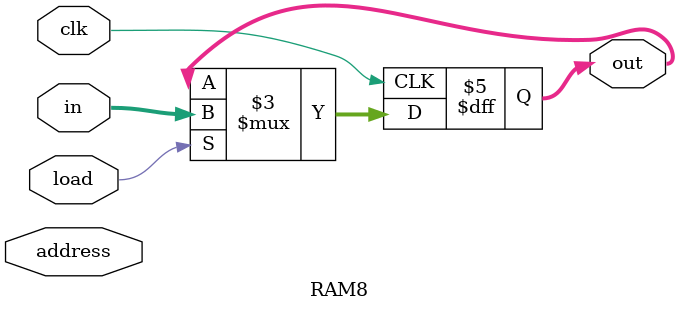
<source format=v>
module RAM8 (
    input clk,
    input [15:0] in,
    input load,
    input [2:0] address,
    output reg [15:0] out
);


always @(posedge clk) begin
    if (load) begin
        out <= in;
    end else begin
        out <= out;
    end
end
endmodule
</source>
